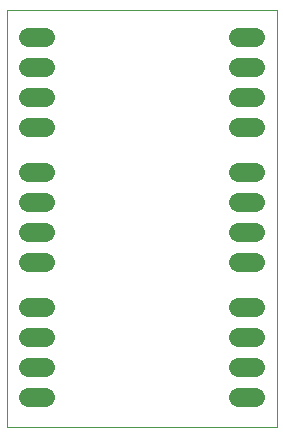
<source format=gbs>
G75*
%MOIN*%
%OFA0B0*%
%FSLAX25Y25*%
%IPPOS*%
%LPD*%
%AMOC8*
5,1,8,0,0,1.08239X$1,22.5*
%
%ADD10C,0.00000*%
%ADD11C,0.06400*%
D10*
X0004167Y0001000D02*
X0004167Y0139701D01*
X0094088Y0139701D01*
X0094088Y0001000D01*
X0004167Y0001000D01*
D11*
X0011367Y0011000D02*
X0016967Y0011000D01*
X0016967Y0021000D02*
X0011367Y0021000D01*
X0011367Y0031000D02*
X0016967Y0031000D01*
X0016967Y0041000D02*
X0011367Y0041000D01*
X0011367Y0056000D02*
X0016967Y0056000D01*
X0016967Y0066000D02*
X0011367Y0066000D01*
X0011367Y0076000D02*
X0016967Y0076000D01*
X0016967Y0086000D02*
X0011367Y0086000D01*
X0011367Y0101000D02*
X0016967Y0101000D01*
X0016967Y0111000D02*
X0011367Y0111000D01*
X0011367Y0121000D02*
X0016967Y0121000D01*
X0016967Y0131000D02*
X0011367Y0131000D01*
X0081367Y0131000D02*
X0086967Y0131000D01*
X0086967Y0121000D02*
X0081367Y0121000D01*
X0081367Y0111000D02*
X0086967Y0111000D01*
X0086967Y0101000D02*
X0081367Y0101000D01*
X0081367Y0086000D02*
X0086967Y0086000D01*
X0086967Y0076000D02*
X0081367Y0076000D01*
X0081367Y0066000D02*
X0086967Y0066000D01*
X0086967Y0056000D02*
X0081367Y0056000D01*
X0081367Y0041000D02*
X0086967Y0041000D01*
X0086967Y0031000D02*
X0081367Y0031000D01*
X0081367Y0021000D02*
X0086967Y0021000D01*
X0086967Y0011000D02*
X0081367Y0011000D01*
M02*

</source>
